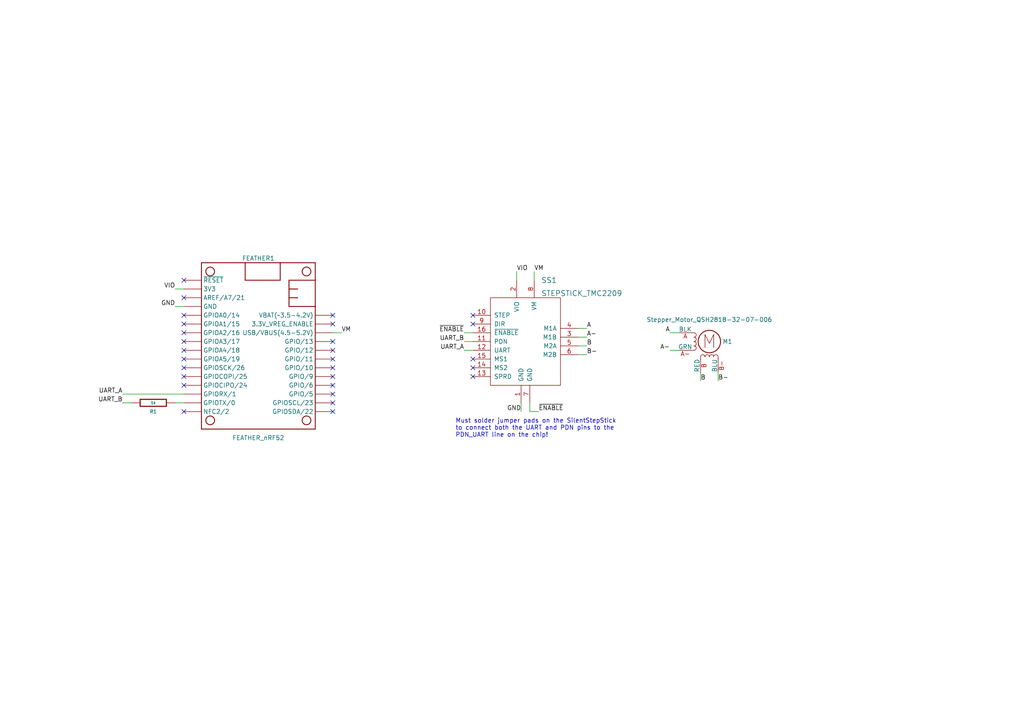
<source format=kicad_sch>
(kicad_sch (version 20230121) (generator eeschema)
  (paper "A4")
  (title_block (title "Trinamic Wiring") (date "2023-04-27") (rev "0.3") (company "Janelia Research Campus"))
  (lib_symbols
    (symbol "Janelia:1k_0805" (pin_numbers hide) (pin_names (offset 0))
      (property "Reference" "R" (at 2.032 0 90))
      (property "Value" "1k_0805" (at 0 0 90))
      (symbol "1k_0805_0_1"
        (rectangle (start -1.016 3.81) (end 1.016 -3.81) (stroke (width 0.3048)))
      )
      (symbol "1k_0805_1_1"
        (pin passive line (at 0 6.35 270) (length 2.54) (name "~") (number "1"))
        (pin passive line (at 0 -6.35 90) (length 2.54) (name "~") (number "2"))
      )
    )
    (symbol "Janelia:FEATHERWING_nRF52_PIN_RECEPTACLES"
      (property "Reference" "FW" (at -16.51 24.13 90))
      (property "Value" "FEATHERWING_nRF52_PIN_RECEPTACLES" (at 0 31.75 0))
      (symbol "FEATHERWING_nRF52_PIN_RECEPTACLES_1_0"
        (circle (center -13.97 -21.59) (radius 1.27) (stroke (width 0.254)))
        (circle (center -13.97 21.59) (radius 1.27) (stroke (width 0.254)))
        (polyline (pts (xy -16.51 -24.13) (xy 16.51 -24.13)) (stroke (width 0.254)))
        (polyline (pts (xy -16.51 24.13) (xy -16.51 -24.13)) (stroke (width 0.254)))
        (polyline (pts (xy -3.81 19.05) (xy -3.81 24.13)) (stroke (width 0.254)))
        (polyline (pts (xy -3.81 24.13) (xy -16.51 24.13)) (stroke (width 0.254)))
        (polyline (pts (xy 6.35 19.05) (xy -3.81 19.05)) (stroke (width 0.254)))
        (polyline (pts (xy 6.35 24.13) (xy -3.81 24.13)) (stroke (width 0.254)))
        (polyline (pts (xy 6.35 24.13) (xy 6.35 19.05)) (stroke (width 0.254)))
        (polyline (pts (xy 8.89 11.43) (xy 16.51 11.43)) (stroke (width 0.254)))
        (polyline (pts (xy 8.89 13.97) (xy 8.89 11.43)) (stroke (width 0.254)))
        (polyline (pts (xy 8.89 16.51) (xy 8.89 13.97)) (stroke (width 0.254)))
        (polyline (pts (xy 8.89 19.05) (xy 8.89 16.51)) (stroke (width 0.254)))
        (polyline (pts (xy 11.43 13.97) (xy 8.89 13.97)) (stroke (width 0.254)))
        (polyline (pts (xy 11.43 16.51) (xy 8.89 16.51)) (stroke (width 0.254)))
        (polyline (pts (xy 16.51 -24.13) (xy 16.51 11.43)) (stroke (width 0.254)))
        (polyline (pts (xy 16.51 11.43) (xy 16.51 19.05)) (stroke (width 0.254)))
        (polyline (pts (xy 16.51 19.05) (xy 8.89 19.05)) (stroke (width 0.254)))
        (polyline (pts (xy 16.51 19.05) (xy 16.51 24.13)) (stroke (width 0.254)))
        (polyline (pts (xy 16.51 24.13) (xy 6.35 24.13)) (stroke (width 0.254)))
        (circle (center 13.97 -21.59) (radius 1.27) (stroke (width 0.254)))
        (circle (center 13.97 21.59) (radius 1.27) (stroke (width 0.254)))
        (pin input line (at -21.59 19.05 0) (length 5.08) (name "~{RESET}") (number "1"))
        (pin passive line (at -21.59 -3.81 0) (length 5.08) (name "GPIOA5/19") (number "10"))
        (pin bidirectional line (at -21.59 -6.35 0) (length 5.08) (name "GPIOSCK/26") (number "11"))
        (pin bidirectional line (at -21.59 -8.89 0) (length 5.08) (name "GPIOCOPI/25") (number "12"))
        (pin bidirectional line (at -21.59 -11.43 0) (length 5.08) (name "GPIOCIPO/24") (number "13"))
        (pin bidirectional line (at -21.59 -13.97 0) (length 5.08) (name "GPIORX/1") (number "14"))
        (pin bidirectional line (at -21.59 -16.51 0) (length 5.08) (name "GPIOTX/0") (number "15"))
        (pin bidirectional line (at -21.59 -19.05 0) (length 5.08) (name "NFC2/2") (number "16"))
        (pin bidirectional line (at 21.59 -19.05 180) (length 5.08) (name "GPIOSDA/22") (number "17"))
        (pin bidirectional line (at 21.59 -16.51 180) (length 5.08) (name "GPIOSCL/23") (number "18"))
        (pin bidirectional line (at 21.59 -13.97 180) (length 5.08) (name "GPIO/5") (number "19"))
        (pin power_out line (at -21.59 16.51 0) (length 5.08) (name "3V3") (number "2"))
        (pin bidirectional line (at 21.59 -11.43 180) (length 5.08) (name "GPIO/6") (number "20"))
        (pin bidirectional line (at 21.59 -8.89 180) (length 5.08) (name "GPIO/9") (number "21"))
        (pin bidirectional line (at 21.59 -6.35 180) (length 5.08) (name "GPIO/10") (number "22"))
        (pin bidirectional line (at 21.59 -3.81 180) (length 5.08) (name "GPIO/11") (number "23"))
        (pin bidirectional line (at 21.59 -1.27 180) (length 5.08) (name "GPIO/12") (number "24"))
        (pin bidirectional line (at 21.59 1.27 180) (length 5.08) (name "GPIO/13") (number "25"))
        (pin power_out line (at 21.59 3.81 180) (length 5.08) (name "USB/VBUS(4.5-5.2V)") (number "26"))
        (pin input line (at 21.59 6.35 180) (length 5.08) (name "3.3V_VREG_ENABLE") (number "27"))
        (pin power_out line (at 21.59 8.89 180) (length 5.08) (name "VBAT(~3.5-4.2V)") (number "28"))
        (pin passive line (at -21.59 13.97 0) (length 5.08) (name "AREF/A7/21") (number "3"))
        (pin power_out line (at -21.59 11.43 0) (length 5.08) (name "GND") (number "4"))
        (pin passive line (at -21.59 8.89 0) (length 5.08) (name "GPIOA0/14") (number "5"))
        (pin passive line (at -21.59 6.35 0) (length 5.08) (name "GPIOA1/15") (number "6"))
        (pin passive line (at -21.59 3.81 0) (length 5.08) (name "GPIOA2/16") (number "7"))
        (pin passive line (at -21.59 1.27 0) (length 5.08) (name "GPIOA3/17") (number "8"))
        (pin passive line (at -21.59 -1.27 0) (length 5.08) (name "GPIOA4/18") (number "9"))
      )
    )
    (symbol "Janelia:STEPSTICK_TMC2209" (pin_names (offset 1.016))
      (property "Reference" "SS" (at 0 -24.13 0))
      (property "Value" "STEPSTICK_TMC2209" (at 0 24.13 0))
      (symbol "STEPSTICK_TMC2209_0_1"
        (rectangle (start -10.16 12.7) (end 10.16 -12.7))
      )
      (symbol "STEPSTICK_TMC2209_1_1"
        (pin power_in line (at -1.27 -17.78 90) (length 5.08) (name "GND") (number "1"))
        (pin input line (at -15.24 7.62 0) (length 5.08) (name "STEP") (number "10"))
        (pin bidirectional line (at -15.24 0 0) (length 5.08) (name "PDN") (number "11"))
        (pin bidirectional line (at -15.24 -2.54 0) (length 5.08) (name "UART") (number "12"))
        (pin input line (at -15.24 -10.16 0) (length 5.08) (name "SPRD") (number "13"))
        (pin input line (at -15.24 -7.62 0) (length 5.08) (name "MS2") (number "14"))
        (pin input line (at -15.24 -5.08 0) (length 5.08) (name "MS1") (number "15"))
        (pin input line (at -15.24 2.54 0) (length 5.08) (name "~{ENABLE}") (number "16"))
        (pin power_in line (at -2.54 17.78 270) (length 5.08) (name "VIO") (number "2"))
        (pin power_out line (at 15.24 1.27 180) (length 5.08) (name "M1B") (number "3"))
        (pin power_out line (at 15.24 3.81 180) (length 5.08) (name "M1A") (number "4"))
        (pin power_out line (at 15.24 -1.27 180) (length 5.08) (name "M2A") (number "5"))
        (pin power_out line (at 15.24 -3.81 180) (length 5.08) (name "M2B") (number "6"))
        (pin power_in line (at 1.27 -17.78 90) (length 5.08) (name "GND") (number "7"))
        (pin power_in line (at 2.54 17.78 270) (length 5.08) (name "VM") (number "8"))
        (pin input line (at -15.24 5.08 0) (length 5.08) (name "DIR") (number "9"))
      )
    )
    (symbol "Janelia:Stepper_Motor_QSH2818-32-07-006" (pin_names (offset 0))
      (property "Reference" "M" (at 3.81 0 0))
      (property "Value" "Stepper_Motor_QSH2818-32-07-006" (at 0 6.35 0))
      (symbol "Stepper_Motor_QSH2818-32-07-006_0_0"
        (polyline (pts (xy -1.27 -1.778) (xy -1.27 2.032) (xy 0 -0.508) (xy 1.27 2.032) (xy 1.27 -1.778)))
      )
      (symbol "Stepper_Motor_QSH2818-32-07-006_0_1"
        (arc (start -4.445 -2.54) (mid -3.8127 -1.905) (end -4.445 -1.27))
        (arc (start -4.445 -1.27) (mid -3.8127 -0.635) (end -4.445 0))
        (arc (start -4.445 0) (mid -3.8127 0.635) (end -4.445 1.27))
        (arc (start -4.445 1.27) (mid -3.8127 1.905) (end -4.445 2.54))
        (arc (start -1.27 -4.445) (mid -1.905 -3.8127) (end -2.54 -4.445))
        (arc (start 0 -4.445) (mid -0.635 -3.8127) (end -1.27 -4.445))
        (polyline (pts (xy -5.08 -2.54) (xy -4.445 -2.54)))
        (polyline (pts (xy -5.08 2.54) (xy -4.445 2.54)))
        (polyline (pts (xy -2.54 -5.08) (xy -2.54 -4.445)))
        (polyline (pts (xy 2.54 -5.08) (xy 2.54 -4.445)))
        (circle (center 0 0) (radius 3.2512) (stroke (width 0.254)))
        (arc (start 1.27 -4.445) (mid 0.635 -3.8127) (end 0 -4.445))
        (arc (start 2.54 -4.445) (mid 1.905 -3.8127) (end 1.27 -4.445))
      )
      (symbol "Stepper_Motor_QSH2818-32-07-006_1_1"
        (pin passive line (at -8.89 2.54 0) (length 3.81) (name "BLK") (number "A"))
        (pin passive line (at -8.89 -2.54 0) (length 3.81) (name "GRN") (number "A-"))
        (pin passive line (at -2.54 -8.89 90) (length 3.81) (name "RED") (number "B"))
        (pin passive line (at 2.54 -8.89 90) (length 3.81) (name "BLU") (number "B-"))
      )
    )
  )
  (no_connect (at 53.34 109.22))
  (no_connect (at 53.34 119.38))
  (no_connect (at 96.52 109.22))
  (no_connect (at 53.34 86.36))
  (no_connect (at 96.52 111.76))
  (no_connect (at 137.16 91.44))
  (no_connect (at 53.34 91.44))
  (no_connect (at 53.34 93.98))
  (no_connect (at 53.34 81.28))
  (no_connect (at 137.16 106.68))
  (no_connect (at 53.34 104.14))
  (no_connect (at 53.34 106.68))
  (no_connect (at 96.52 101.6))
  (no_connect (at 96.52 91.44))
  (no_connect (at 96.52 93.98))
  (no_connect (at 96.52 104.14))
  (no_connect (at 96.52 99.06))
  (no_connect (at 96.52 114.3))
  (no_connect (at 53.34 111.76))
  (no_connect (at 137.16 109.22))
  (no_connect (at 96.52 116.84))
  (no_connect (at 53.34 96.52))
  (no_connect (at 96.52 119.38))
  (no_connect (at 53.34 101.6))
  (no_connect (at 137.16 104.14))
  (no_connect (at 96.52 106.68))
  (no_connect (at 137.16 93.98))
  (no_connect (at 53.34 99.06))
  (wire (pts (xy 96.52 96.52) (xy 99.06 96.52)))
  (wire (pts (xy 50.8 116.84) (xy 53.34 116.84)))
  (wire (pts (xy 35.56 114.3) (xy 53.34 114.3)))
  (wire (pts (xy 134.62 101.6) (xy 137.16 101.6)))
  (wire (pts (xy 194.31 96.52) (xy 196.85 96.52)))
  (wire (pts (xy 149.86 78.74) (xy 149.86 81.28)))
  (wire (pts (xy 203.2 107.95) (xy 203.2 110.49)))
  (wire (pts (xy 53.34 88.9) (xy 50.8 88.9)))
  (wire (pts (xy 153.67 116.84) (xy 153.67 119.38)))
  (wire (pts (xy 167.64 95.25) (xy 170.18 95.25)))
  (wire (pts (xy 167.64 102.87) (xy 170.18 102.87)))
  (wire (pts (xy 194.31 101.6) (xy 196.85 101.6)))
  (wire (pts (xy 151.13 116.84) (xy 151.13 119.38)))
  (wire (pts (xy 167.64 97.79) (xy 170.18 97.79)))
  (wire (pts (xy 134.62 99.06) (xy 137.16 99.06)))
  (wire (pts (xy 208.28 107.95) (xy 208.28 110.49)))
  (wire (pts (xy 53.34 83.82) (xy 50.8 83.82)))
  (wire (pts (xy 35.56 116.84) (xy 38.1 116.84)))
  (wire (pts (xy 167.64 100.33) (xy 170.18 100.33)))
  (wire (pts (xy 153.67 119.38) (xy 156.21 119.38)))
  (wire (pts (xy 134.62 96.52) (xy 137.16 96.52)))
  (wire (pts (xy 154.94 78.74) (xy 154.94 81.28)))
  (text "Must solder jumper pads on the SilentStepStick\nto connect both the UART and PDN pins to the\nPDN_UART line on the chip!" (at 132.08 127 0) (effects (font (size 1.27 1.27)) (justify left bottom)))
  (label "A" (at 194.31 96.52 180))
  (label "GND" (at 151.13 119.38 180))
  (label "UART_B" (at 35.56 116.84 180))
  (label "~{ENABLE}" (at 156.21 119.38 0))
  (label "A" (at 170.18 95.25 0))
  (label "UART_A" (at 134.62 101.6 180))
  (label "VM" (at 154.94 78.74 0))
  (label "~{ENABLE}" (at 134.62 96.52 180))
  (label "B" (at 203.2 110.49 0))
  (label "B-" (at 208.28 110.49 0))
  (label "VIO" (at 149.86 78.74 0))
  (label "B-" (at 170.18 102.87 0))
  (label "B" (at 170.18 100.33 0))
  (label "UART_A" (at 35.56 114.3 180))
  (label "VIO" (at 50.8 83.82 180))
  (label "A-" (at 194.31 101.6 180))
  (label "GND" (at 50.8 88.9 180))
  (label "VM" (at 99.06 96.52 0))
  (label "A-" (at 170.18 97.79 0))
  (label "UART_B" (at 134.62 99.06 180))
  (symbol (lib_id "Janelia:Stepper_Motor_QSH2818-32-07-006") (at 205.74 99.06 0) (unit 1)
    (property "Reference" "M1" (at 209.55 99.06 0) (effects (justify left)))
    (property "Value" "Stepper_Motor_QSH2818-32-07-006" (at 205.74 92.71 0))
    (property "Manufacturer" "Trinamic Motion Control" (effects hide))
    (property "Manufacturer Part Number" "QSH2818-32-07-006" (effects hide))
    (property "Vendor" "Digi-Key" (effects hide))
    (property "Vendor Part Number" "1460-1072-ND" (effects hide))
  )
  (symbol (lib_id "Janelia:1k_0805") (at 44.45 116.84 90) (unit 1)
    (property "Reference" "R1" (at 44.45 119.38 90) (effects (font (size 1.016 1.016))))
    (property "Value" "1k" (at 44.45 116.84 90) (effects (font (size 0.762 0.762))))
    (property "Footprint" "footprints:SM0805" (effects hide))
    (property "Vendor" "Digi-Key" (effects hide))
    (property "Vendor Part Number" "P1.00KCCT-ND" (effects hide))
    (property "Description" "RES SMD 1K OHM 1% 1/8W" (effects hide))
    (property "Package" "0805" (effects hide))
  )
  (symbol (lib_id "Janelia:STEPSTICK_TMC2209") (at 152.4 99.06 0) (unit 1)
    (property "Reference" "SS1" (at 156.9594 81.28 0) (effects (font (size 1.524 1.524)) (justify left)))
    (property "Value" "STEPSTICK_TMC2209" (at 156.9594 85.09 0) (effects (font (size 1.524 1.524)) (justify left)))
    (property "Footprint" "footprints:STEPSTICK_TMC2209" (effects hide))
    (property "Vendor" "Digi-Key" (effects hide))
    (property "Vendor Part Number" "ED90331-ND" (effects hide))
    (property "Description" "CONN PIN RCPT .025-.037 SOLDER" (effects hide))
    (property "Quantity" "16" (effects hide))
    (property "Manufacturer" "Mill-Max Manufacturing Corp." (effects hide))
    (property "Manufacturer Part Number" "0305-0-15-15-47-27-10-0" (effects hide))
  )
  (symbol (lib_id "Janelia:FEATHERWING_nRF52_PIN_RECEPTACLES") (at 74.93 100.33 0) (unit 1)
    (property "Reference" "FEATHER1" (at 74.93 74.93 0))
    (property "Value" "FEATHER_nRF52" (at 74.93 127 0))
    (property "Footprint" "Janelia:FEATHERWING_PIN_RECEPTACLES" (effects hide))
    (property "Vendor" "Digi-Key" (effects hide))
    (property "Vendor Part Number" "ED90331-ND" (effects hide))
    (property "Description" "CONN PIN RCPT .025-.037 SOLDER" (effects hide))
    (property "Quantity" "28" (effects hide))
    (property "Manufacturer" "Mill-Max Manufacturing Corp." (effects hide))
    (property "Manufacturer Part Number" "0305-0-15-15-47-27-10-0" (effects hide))
  )
)
</source>
